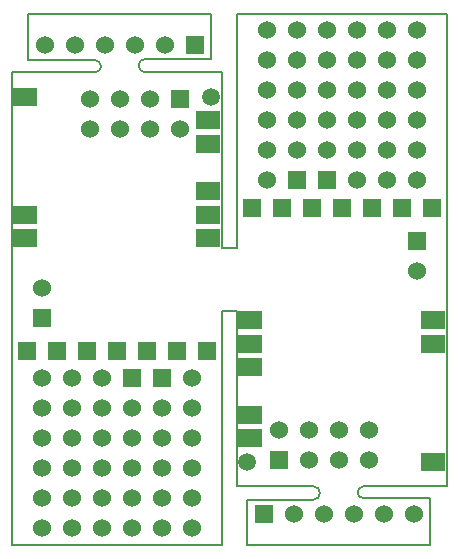
<source format=gbs>
G04 (created by PCBNEW (2013-mar-13)-testing) date Di 12 Nov 2013 11:00:42 CET*
%MOIN*%
G04 Gerber Fmt 3.4, Leading zero omitted, Abs format*
%FSLAX34Y34*%
G01*
G70*
G90*
G04 APERTURE LIST*
%ADD10C,0.005906*%
%ADD11R,0.059055X0.059055*%
%ADD12R,0.060000X0.060000*%
%ADD13C,0.060000*%
%ADD14R,0.078740X0.059055*%
%ADD15C,0.059055*%
G04 APERTURE END LIST*
G54D10*
X55600Y-54375D02*
X55600Y-62175D01*
X56100Y-54375D02*
X55600Y-54375D01*
X56100Y-60225D02*
X56100Y-54375D01*
X56100Y-52275D02*
X56100Y-44475D01*
X55600Y-52275D02*
X56100Y-52275D01*
X55600Y-46425D02*
X55600Y-52275D01*
X63100Y-44475D02*
X63100Y-60225D01*
X56100Y-44475D02*
X63100Y-44475D01*
X58875Y-60450D02*
G75*
G03X58650Y-60225I-225J0D01*
G74*
G01*
X58650Y-60675D02*
G75*
G03X58875Y-60450I0J225D01*
G74*
G01*
X60325Y-60225D02*
G75*
G03X60125Y-60425I0J-200D01*
G74*
G01*
X60125Y-60425D02*
G75*
G03X60325Y-60625I200J0D01*
G74*
G01*
X60325Y-60225D02*
X63100Y-60225D01*
X58650Y-60225D02*
X56100Y-60225D01*
X60325Y-60625D02*
X62550Y-60625D01*
X58650Y-60675D02*
X56450Y-60675D01*
X56450Y-60675D02*
X56450Y-62175D01*
X56450Y-62175D02*
X62550Y-62175D01*
X62550Y-62175D02*
X62550Y-60625D01*
X49150Y-44475D02*
X49150Y-46025D01*
X55250Y-44475D02*
X49150Y-44475D01*
X55250Y-45975D02*
X55250Y-44475D01*
X53050Y-45975D02*
X55250Y-45975D01*
X51375Y-46025D02*
X49150Y-46025D01*
X53050Y-46425D02*
X55600Y-46425D01*
X51375Y-46425D02*
X48600Y-46425D01*
X51575Y-46225D02*
G75*
G03X51375Y-46025I-200J0D01*
G74*
G01*
X51375Y-46425D02*
G75*
G03X51575Y-46225I0J200D01*
G74*
G01*
X53050Y-45975D02*
G75*
G03X52825Y-46200I0J-225D01*
G74*
G01*
X52825Y-46200D02*
G75*
G03X53050Y-46425I225J0D01*
G74*
G01*
X55600Y-62175D02*
X48600Y-62175D01*
X48600Y-62175D02*
X48600Y-46425D01*
G54D11*
X62600Y-50950D03*
X61600Y-50950D03*
X60600Y-50950D03*
X59600Y-50950D03*
X58600Y-50950D03*
X57600Y-50950D03*
X56600Y-50950D03*
G54D12*
X57500Y-59350D03*
G54D13*
X57500Y-58350D03*
X58500Y-59350D03*
X58500Y-58350D03*
X59500Y-59350D03*
X59500Y-58350D03*
X60500Y-59350D03*
X60500Y-58350D03*
X62100Y-50025D03*
X62100Y-49025D03*
X62100Y-48025D03*
X62100Y-47025D03*
X62100Y-46025D03*
X62100Y-45025D03*
G54D12*
X62100Y-52050D03*
G54D13*
X62100Y-53050D03*
G54D14*
X62651Y-54687D03*
X62651Y-55475D03*
X62651Y-59412D03*
X56548Y-54687D03*
X56548Y-55475D03*
X56548Y-56262D03*
X56548Y-57837D03*
X56548Y-58624D03*
G54D15*
X56450Y-59412D03*
G54D13*
X58100Y-45025D03*
X59100Y-45025D03*
X58100Y-46025D03*
X59100Y-46025D03*
X58100Y-47025D03*
X59100Y-47025D03*
X58100Y-48025D03*
X59100Y-48025D03*
X58100Y-49025D03*
X59100Y-49025D03*
X61100Y-49025D03*
X60100Y-49025D03*
X61100Y-48025D03*
X60100Y-48025D03*
X61100Y-47025D03*
X60100Y-47025D03*
X61100Y-46025D03*
X60100Y-46025D03*
X61100Y-45025D03*
X60100Y-45025D03*
G54D12*
X57000Y-61150D03*
G54D13*
X58000Y-61150D03*
X59000Y-61150D03*
X60000Y-61150D03*
X61000Y-61150D03*
X62000Y-61150D03*
G54D12*
X58100Y-50025D03*
X59100Y-50025D03*
G54D13*
X60100Y-50025D03*
X61100Y-50025D03*
X57100Y-50025D03*
X57100Y-49025D03*
X57100Y-48025D03*
X57100Y-47025D03*
X57100Y-46025D03*
X57100Y-45025D03*
X54600Y-56625D03*
X54600Y-57625D03*
X54600Y-58625D03*
X54600Y-59625D03*
X54600Y-60625D03*
X54600Y-61625D03*
G54D12*
X53600Y-56625D03*
X52600Y-56625D03*
G54D13*
X51600Y-56625D03*
X50600Y-56625D03*
G54D12*
X54700Y-45500D03*
G54D13*
X53700Y-45500D03*
X52700Y-45500D03*
X51700Y-45500D03*
X50700Y-45500D03*
X49700Y-45500D03*
X50600Y-57625D03*
X51600Y-57625D03*
X50600Y-58625D03*
X51600Y-58625D03*
X50600Y-59625D03*
X51600Y-59625D03*
X50600Y-60625D03*
X51600Y-60625D03*
X50600Y-61625D03*
X51600Y-61625D03*
X53600Y-61625D03*
X52600Y-61625D03*
X53600Y-60625D03*
X52600Y-60625D03*
X53600Y-59625D03*
X52600Y-59625D03*
X53600Y-58625D03*
X52600Y-58625D03*
X53600Y-57625D03*
X52600Y-57625D03*
G54D14*
X49048Y-51962D03*
X49048Y-51174D03*
X49048Y-47237D03*
X55151Y-51962D03*
X55151Y-51174D03*
X55151Y-50387D03*
X55151Y-48812D03*
X55151Y-48025D03*
G54D15*
X55249Y-47237D03*
G54D12*
X49600Y-54600D03*
G54D13*
X49600Y-53600D03*
X49600Y-56625D03*
X49600Y-57625D03*
X49600Y-58625D03*
X49600Y-59625D03*
X49600Y-60625D03*
X49600Y-61625D03*
G54D12*
X54200Y-47300D03*
G54D13*
X54200Y-48300D03*
X53200Y-47300D03*
X53200Y-48300D03*
X52200Y-47300D03*
X52200Y-48300D03*
X51200Y-47300D03*
X51200Y-48300D03*
G54D11*
X49100Y-55700D03*
X50100Y-55700D03*
X51100Y-55700D03*
X52100Y-55700D03*
X53100Y-55700D03*
X54100Y-55700D03*
X55100Y-55700D03*
M02*

</source>
